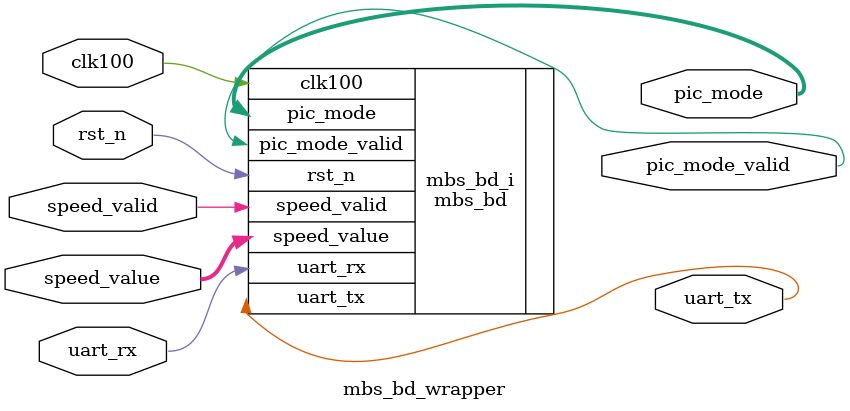
<source format=v>
`timescale 1 ps / 1 ps

module mbs_bd_wrapper
   (clk100,
    pic_mode,
    pic_mode_valid,
    rst_n,
    speed_valid,
    speed_value,
    uart_rx,
    uart_tx);
  input clk100;
  output [31:0]pic_mode;
  output pic_mode_valid;
  input rst_n;
  input speed_valid;
  input [31:0]speed_value;
  input uart_rx;
  output uart_tx;

  wire clk100;
  wire [31:0]pic_mode;
  wire pic_mode_valid;
  wire rst_n;
  wire speed_valid;
  wire [31:0]speed_value;
  wire uart_rx;
  wire uart_tx;

  mbs_bd mbs_bd_i
       (.clk100(clk100),
        .pic_mode(pic_mode),
        .pic_mode_valid(pic_mode_valid),
        .rst_n(rst_n),
        .speed_valid(speed_valid),
        .speed_value(speed_value),
        .uart_rx(uart_rx),
        .uart_tx(uart_tx));
endmodule

</source>
